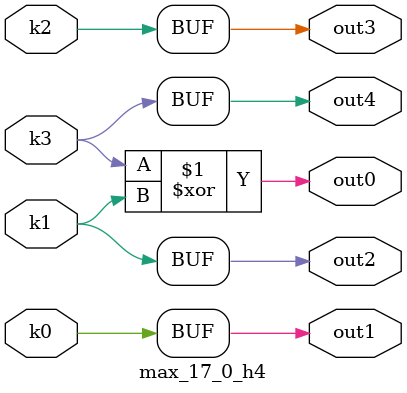
<source format=v>
module max_17_0(pi0, pi1, pi2, pi3, pi4, pi5, pi6, po0, po1, po2, po3, po4);
input pi0, pi1, pi2, pi3, pi4, pi5, pi6;
output po0, po1, po2, po3, po4;
wire k0, k1, k2, k3;
max_17_0_w4 DUT1 (pi0, pi1, pi2, pi3, pi4, pi5, pi6, k0, k1, k2, k3);
max_17_0_h4 DUT2 (k0, k1, k2, k3, po0, po1, po2, po3, po4);
endmodule

module max_17_0_w4(in6, in5, in4, in3, in2, in1, in0, k3, k2, k1, k0);
input in6, in5, in4, in3, in2, in1, in0;
output k3, k2, k1, k0;
assign k0 =   in1 ? ~in6 : ~in4;
assign k1 =   ~in0 & (((in5 | ~in3) & (in2 | (~in4 & in6))) | (in5 & ~in3));
assign k2 =   ~in6 & in4;
assign k3 =   in1;
endmodule

module max_17_0_h4(k3, k2, k1, k0, out4, out3, out2, out1, out0);
input k3, k2, k1, k0;
output out4, out3, out2, out1, out0;
assign out0 = k3 ^ k1;
assign out1 = k0;
assign out2 = k1;
assign out3 = k2;
assign out4 = k3;
endmodule

</source>
